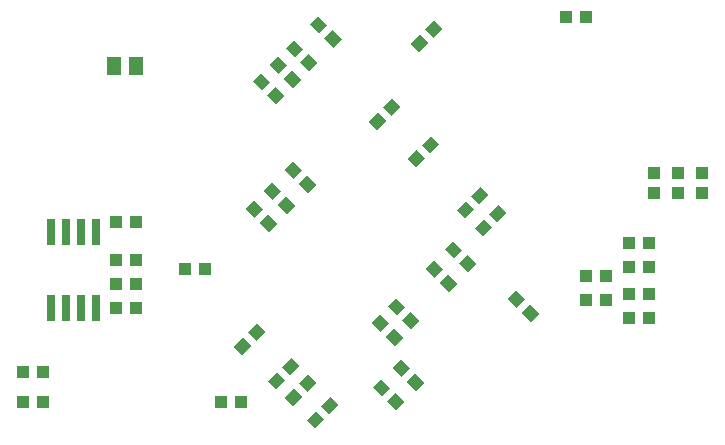
<source format=gbp>
G75*
%MOIN*%
%OFA0B0*%
%FSLAX25Y25*%
%IPPOS*%
%LPD*%
%AMOC8*
5,1,8,0,0,1.08239X$1,22.5*
%
%ADD10R,0.05118X0.05906*%
%ADD11R,0.04331X0.03937*%
%ADD12R,0.03937X0.04331*%
%ADD13R,0.02500X0.08500*%
D10*
X0037360Y0126842D03*
X0044840Y0126842D03*
D11*
G36*
X0086595Y0124631D02*
X0089656Y0121570D01*
X0086873Y0118787D01*
X0083812Y0121848D01*
X0086595Y0124631D01*
G37*
G36*
X0092095Y0130131D02*
X0095156Y0127070D01*
X0092373Y0124287D01*
X0089312Y0127348D01*
X0092095Y0130131D01*
G37*
G36*
X0097595Y0135631D02*
X0100656Y0132570D01*
X0097873Y0129787D01*
X0094812Y0132848D01*
X0097595Y0135631D01*
G37*
G36*
X0105630Y0143595D02*
X0108691Y0140534D01*
X0105908Y0137751D01*
X0102847Y0140812D01*
X0105630Y0143595D01*
G37*
G36*
X0110363Y0138863D02*
X0113424Y0135802D01*
X0110641Y0133019D01*
X0107580Y0136080D01*
X0110363Y0138863D01*
G37*
G36*
X0102327Y0130898D02*
X0105388Y0127837D01*
X0102605Y0125054D01*
X0099544Y0128115D01*
X0102327Y0130898D01*
G37*
G36*
X0096827Y0125398D02*
X0099888Y0122337D01*
X0097105Y0119554D01*
X0094044Y0122615D01*
X0096827Y0125398D01*
G37*
G36*
X0091327Y0119898D02*
X0094388Y0116837D01*
X0091605Y0114054D01*
X0088544Y0117115D01*
X0091327Y0119898D01*
G37*
G36*
X0122312Y0108337D02*
X0125373Y0111398D01*
X0128156Y0108615D01*
X0125095Y0105554D01*
X0122312Y0108337D01*
G37*
G36*
X0127044Y0113070D02*
X0130105Y0116131D01*
X0132888Y0113348D01*
X0129827Y0110287D01*
X0127044Y0113070D01*
G37*
G36*
X0140044Y0100570D02*
X0143105Y0103631D01*
X0145888Y0100848D01*
X0142827Y0097787D01*
X0140044Y0100570D01*
G37*
G36*
X0135312Y0095837D02*
X0138373Y0098898D01*
X0141156Y0096115D01*
X0138095Y0093054D01*
X0135312Y0095837D01*
G37*
G36*
X0156544Y0083570D02*
X0159605Y0086631D01*
X0162388Y0083848D01*
X0159327Y0080787D01*
X0156544Y0083570D01*
G37*
G36*
X0151812Y0078837D02*
X0154873Y0081898D01*
X0157656Y0079115D01*
X0154595Y0076054D01*
X0151812Y0078837D01*
G37*
G36*
X0157812Y0072837D02*
X0160873Y0075898D01*
X0163656Y0073115D01*
X0160595Y0070054D01*
X0157812Y0072837D01*
G37*
G36*
X0162544Y0077570D02*
X0165605Y0080631D01*
X0168388Y0077848D01*
X0165327Y0074787D01*
X0162544Y0077570D01*
G37*
G36*
X0150595Y0068631D02*
X0153656Y0065570D01*
X0150873Y0062787D01*
X0147812Y0065848D01*
X0150595Y0068631D01*
G37*
G36*
X0155327Y0063898D02*
X0158388Y0060837D01*
X0155605Y0058054D01*
X0152544Y0061115D01*
X0155327Y0063898D01*
G37*
G36*
X0144095Y0062131D02*
X0147156Y0059070D01*
X0144373Y0056287D01*
X0141312Y0059348D01*
X0144095Y0062131D01*
G37*
G36*
X0148827Y0057398D02*
X0151888Y0054337D01*
X0149105Y0051554D01*
X0146044Y0054615D01*
X0148827Y0057398D01*
G37*
G36*
X0131595Y0049631D02*
X0134656Y0046570D01*
X0131873Y0043787D01*
X0128812Y0046848D01*
X0131595Y0049631D01*
G37*
G36*
X0136327Y0044898D02*
X0139388Y0041837D01*
X0136605Y0039054D01*
X0133544Y0042115D01*
X0136327Y0044898D01*
G37*
G36*
X0126095Y0044131D02*
X0129156Y0041070D01*
X0126373Y0038287D01*
X0123312Y0041348D01*
X0126095Y0044131D01*
G37*
G36*
X0130827Y0039398D02*
X0133888Y0036337D01*
X0131105Y0033554D01*
X0128044Y0036615D01*
X0130827Y0039398D01*
G37*
G36*
X0133095Y0029131D02*
X0136156Y0026070D01*
X0133373Y0023287D01*
X0130312Y0026348D01*
X0133095Y0029131D01*
G37*
G36*
X0137827Y0024398D02*
X0140888Y0021337D01*
X0138105Y0018554D01*
X0135044Y0021615D01*
X0137827Y0024398D01*
G37*
G36*
X0126873Y0016787D02*
X0123812Y0019848D01*
X0126595Y0022631D01*
X0129656Y0019570D01*
X0126873Y0016787D01*
G37*
G36*
X0131605Y0012054D02*
X0128544Y0015115D01*
X0131327Y0017898D01*
X0134388Y0014837D01*
X0131605Y0012054D01*
G37*
G36*
X0106544Y0013570D02*
X0109605Y0016631D01*
X0112388Y0013848D01*
X0109327Y0010787D01*
X0106544Y0013570D01*
G37*
G36*
X0101812Y0008837D02*
X0104873Y0011898D01*
X0107656Y0009115D01*
X0104595Y0006054D01*
X0101812Y0008837D01*
G37*
G36*
X0094312Y0016337D02*
X0097373Y0019398D01*
X0100156Y0016615D01*
X0097095Y0013554D01*
X0094312Y0016337D01*
G37*
G36*
X0099044Y0021070D02*
X0102105Y0024131D01*
X0104888Y0021348D01*
X0101827Y0018287D01*
X0099044Y0021070D01*
G37*
G36*
X0088812Y0021837D02*
X0091873Y0024898D01*
X0094656Y0022115D01*
X0091595Y0019054D01*
X0088812Y0021837D01*
G37*
G36*
X0093544Y0026570D02*
X0096605Y0029631D01*
X0099388Y0026848D01*
X0096327Y0023787D01*
X0093544Y0026570D01*
G37*
G36*
X0077312Y0033337D02*
X0080373Y0036398D01*
X0083156Y0033615D01*
X0080095Y0030554D01*
X0077312Y0033337D01*
G37*
G36*
X0082044Y0038070D02*
X0085105Y0041131D01*
X0087888Y0038348D01*
X0084827Y0035287D01*
X0082044Y0038070D01*
G37*
X0067946Y0059342D03*
X0061254Y0059342D03*
X0044946Y0074842D03*
X0038254Y0074842D03*
G36*
X0084373Y0076287D02*
X0081312Y0079348D01*
X0084095Y0082131D01*
X0087156Y0079070D01*
X0084373Y0076287D01*
G37*
G36*
X0089105Y0071554D02*
X0086044Y0074615D01*
X0088827Y0077398D01*
X0091888Y0074337D01*
X0089105Y0071554D01*
G37*
G36*
X0095205Y0077554D02*
X0092144Y0080615D01*
X0094927Y0083398D01*
X0097988Y0080337D01*
X0095205Y0077554D01*
G37*
G36*
X0090473Y0082287D02*
X0087412Y0085348D01*
X0090195Y0088131D01*
X0093256Y0085070D01*
X0090473Y0082287D01*
G37*
G36*
X0102105Y0084554D02*
X0099044Y0087615D01*
X0101827Y0090398D01*
X0104888Y0087337D01*
X0102105Y0084554D01*
G37*
G36*
X0097373Y0089287D02*
X0094312Y0092348D01*
X0097095Y0095131D01*
X0100156Y0092070D01*
X0097373Y0089287D01*
G37*
G36*
X0142156Y0134615D02*
X0139095Y0131554D01*
X0136312Y0134337D01*
X0139373Y0137398D01*
X0142156Y0134615D01*
G37*
G36*
X0146888Y0139348D02*
X0143827Y0136287D01*
X0141044Y0139070D01*
X0144105Y0142131D01*
X0146888Y0139348D01*
G37*
X0188254Y0143342D03*
X0194946Y0143342D03*
X0217600Y0091189D03*
X0217600Y0084496D03*
X0215946Y0067842D03*
X0209254Y0067842D03*
X0209254Y0059842D03*
X0215946Y0059842D03*
X0215946Y0050842D03*
X0209254Y0050842D03*
X0201446Y0048842D03*
X0194754Y0048842D03*
X0194754Y0056842D03*
X0201446Y0056842D03*
G36*
X0176605Y0041554D02*
X0173544Y0044615D01*
X0176327Y0047398D01*
X0179388Y0044337D01*
X0176605Y0041554D01*
G37*
G36*
X0171873Y0046287D02*
X0168812Y0049348D01*
X0171595Y0052131D01*
X0174656Y0049070D01*
X0171873Y0046287D01*
G37*
X0209254Y0042842D03*
X0215946Y0042842D03*
D12*
X0007254Y0014842D03*
X0013946Y0014842D03*
X0013946Y0024842D03*
X0007254Y0024842D03*
X0038254Y0046342D03*
X0044946Y0046342D03*
X0044946Y0054342D03*
X0038254Y0054342D03*
X0038254Y0062342D03*
X0044946Y0062342D03*
X0073254Y0014842D03*
X0079946Y0014842D03*
X0225600Y0084496D03*
X0233600Y0084496D03*
X0233600Y0091189D03*
X0225600Y0091189D03*
D13*
X0031600Y0071542D03*
X0026600Y0071542D03*
X0021600Y0071542D03*
X0016600Y0071542D03*
X0016600Y0046142D03*
X0021600Y0046142D03*
X0026600Y0046142D03*
X0031600Y0046142D03*
M02*

</source>
